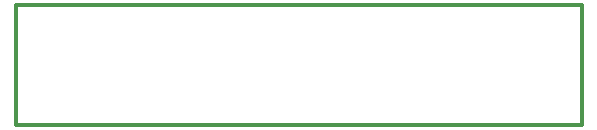
<source format=gko>
G04 Layer_Color=16711935*
%FSTAX24Y24*%
%MOIN*%
G70*
G01*
G75*
%ADD72C,0.0118*%
D72*
X02085Y02995D02*
X0397D01*
Y03395D01*
X02085D02*
X0397D01*
X02085Y02995D02*
Y03395D01*
M02*

</source>
